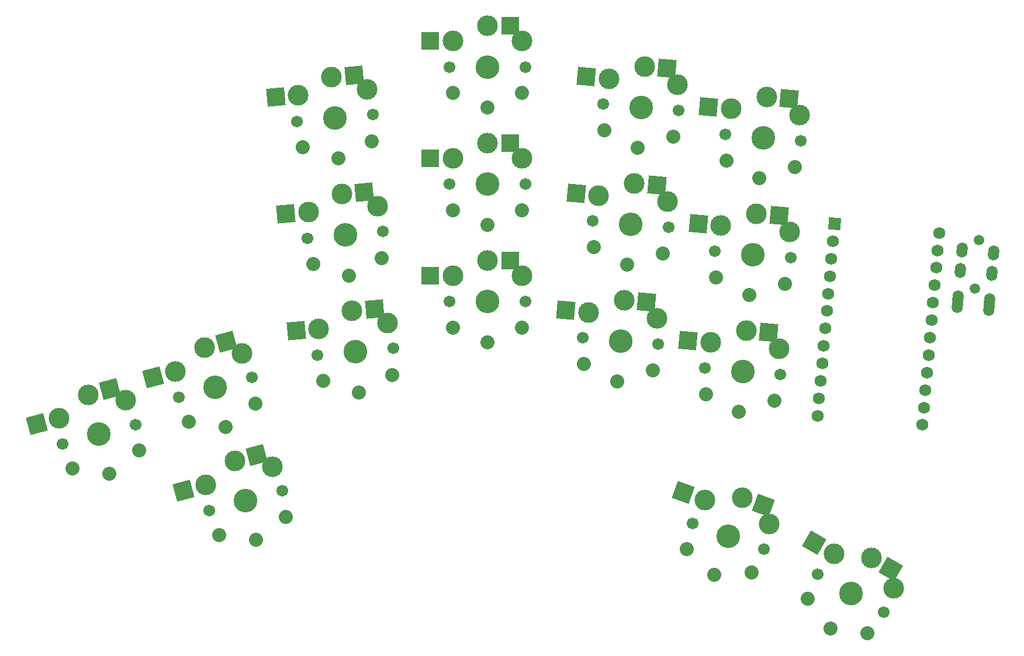
<source format=gbr>
%TF.GenerationSoftware,KiCad,Pcbnew,(6.0.4)*%
%TF.CreationDate,2022-04-14T15:36:21+01:00*%
%TF.ProjectId,axo,61786f2e-6b69-4636-9164-5f7063625858,VERSION_HERE*%
%TF.SameCoordinates,Original*%
%TF.FileFunction,Soldermask,Top*%
%TF.FilePolarity,Negative*%
%FSLAX46Y46*%
G04 Gerber Fmt 4.6, Leading zero omitted, Abs format (unit mm)*
G04 Created by KiCad (PCBNEW (6.0.4)) date 2022-04-14 15:36:21*
%MOMM*%
%LPD*%
G01*
G04 APERTURE LIST*
G04 Aperture macros list*
%AMHorizOval*
0 Thick line with rounded ends*
0 $1 width*
0 $2 $3 position (X,Y) of the first rounded end (center of the circle)*
0 $4 $5 position (X,Y) of the second rounded end (center of the circle)*
0 Add line between two ends*
20,1,$1,$2,$3,$4,$5,0*
0 Add two circle primitives to create the rounded ends*
1,1,$1,$2,$3*
1,1,$1,$4,$5*%
%AMRotRect*
0 Rectangle, with rotation*
0 The origin of the aperture is its center*
0 $1 length*
0 $2 width*
0 $3 Rotation angle, in degrees counterclockwise*
0 Add horizontal line*
21,1,$1,$2,0,0,$3*%
G04 Aperture macros list end*
%ADD10C,1.701800*%
%ADD11C,3.429000*%
%ADD12C,2.032000*%
%ADD13RotRect,1.752600X1.752600X265.000000*%
%ADD14C,1.752600*%
%ADD15C,3.000000*%
%ADD16RotRect,2.600000X2.600000X15.000000*%
%ADD17RotRect,2.600000X2.600000X355.000000*%
%ADD18R,2.600000X2.600000*%
%ADD19RotRect,2.600000X2.600000X5.000000*%
%ADD20RotRect,2.600000X2.600000X330.000000*%
%ADD21C,1.500000*%
%ADD22HorizOval,1.600000X-0.026147X-0.298858X0.026147X0.298858X0*%
%ADD23RotRect,2.600000X2.600000X340.000000*%
G04 APERTURE END LIST*
D10*
%TO.C,S6*%
X138502586Y-137830472D03*
D11*
X133189994Y-139253977D03*
D10*
X127877402Y-140677482D03*
D12*
X129343877Y-144218590D03*
X139003136Y-141630400D03*
X134717026Y-144952939D03*
X134717026Y-144952939D03*
%TD*%
D13*
%TO.C,C1*%
X239724411Y-108740527D03*
D14*
X239503036Y-111270862D03*
X239281660Y-113801196D03*
X239060284Y-116331531D03*
X238838909Y-118861865D03*
X238617533Y-121392200D03*
X238396158Y-123922535D03*
X238174782Y-126452869D03*
X237953406Y-128983204D03*
X237732031Y-131513538D03*
X237510655Y-134043873D03*
X237289280Y-136574207D03*
X254906418Y-110068781D03*
X254685043Y-112599115D03*
X254463667Y-115129450D03*
X254242292Y-117659784D03*
X254020916Y-120190119D03*
X253799540Y-122720453D03*
X253578165Y-125250788D03*
X253356789Y-127781123D03*
X253135414Y-130311457D03*
X252914038Y-132841792D03*
X252692662Y-135372126D03*
X252471287Y-137902461D03*
%TD*%
D10*
%TO.C,S18*%
X194963250Y-86010495D03*
D11*
X189463250Y-86010495D03*
D10*
X183963250Y-86010495D03*
D12*
X194463250Y-89810495D03*
X184463250Y-89810495D03*
X189463250Y-91910495D03*
X189463250Y-91910495D03*
%TD*%
D10*
%TO.C,S26*%
X231908520Y-130612551D03*
X220950378Y-129653837D03*
D11*
X226429449Y-130133194D03*
D12*
X221117284Y-133482955D03*
X231079231Y-134354513D03*
X225915230Y-136010743D03*
X225915230Y-136010743D03*
%TD*%
D11*
%TO.C,S3*%
X150039049Y-132462395D03*
D15*
X148499076Y-126715136D03*
X148499076Y-126715136D03*
D10*
X144726457Y-133885900D03*
D15*
X144238848Y-130134268D03*
D10*
X155351641Y-131038890D03*
D15*
X153898107Y-127546078D03*
D16*
X151662483Y-125867504D03*
X141075441Y-130981901D03*
%TD*%
D10*
%TO.C,S8*%
X164864879Y-127768451D03*
D11*
X170343950Y-127289094D03*
D10*
X175823021Y-126809737D03*
D12*
X175656115Y-130638855D03*
X165694168Y-131510413D03*
X170858169Y-133166643D03*
X170858169Y-133166643D03*
%TD*%
D11*
%TO.C,S34*%
X242089849Y-162319893D03*
D10*
X246852989Y-165069893D03*
X237326709Y-159569893D03*
D12*
X235859722Y-163110790D03*
X244519976Y-168110790D03*
X239139849Y-167429443D03*
X239139849Y-167429443D03*
%TD*%
D10*
%TO.C,S21*%
X215705620Y-109285951D03*
D11*
X210226549Y-108806594D03*
D15*
X210745126Y-102879236D03*
X215534357Y-105506643D03*
D10*
X204747478Y-108327237D03*
D15*
X210745126Y-102879236D03*
X205572410Y-104635085D03*
D17*
X214007663Y-103164671D03*
X202309872Y-104349650D03*
%TD*%
D10*
%TO.C,S22*%
X204747478Y-108327237D03*
D11*
X210226549Y-108806594D03*
D10*
X215705620Y-109285951D03*
D12*
X214876331Y-113027913D03*
X204914384Y-112156355D03*
X209712330Y-114684143D03*
X209712330Y-114684143D03*
%TD*%
D11*
%TO.C,S15*%
X189463249Y-103010493D03*
D15*
X184463249Y-99260493D03*
D10*
X183963249Y-103010493D03*
D15*
X189463249Y-97060493D03*
X189463249Y-97060493D03*
X194463249Y-99260493D03*
D10*
X194963249Y-103010493D03*
D18*
X192738249Y-97060493D03*
X181188249Y-99260493D03*
%TD*%
D11*
%TO.C,S1*%
X154438950Y-148883195D03*
D15*
X152898977Y-143135936D03*
D10*
X149126358Y-150306700D03*
D15*
X152898977Y-143135936D03*
D10*
X159751542Y-147459690D03*
D15*
X148638749Y-146555068D03*
X158298008Y-143966878D03*
D16*
X156062384Y-142288304D03*
X145475342Y-147402701D03*
%TD*%
D15*
%TO.C,S5*%
X137049052Y-134337660D03*
X131650021Y-133506718D03*
D10*
X138502586Y-137830472D03*
X127877402Y-140677482D03*
D15*
X131650021Y-133506718D03*
D11*
X133189994Y-139253977D03*
D15*
X127389793Y-136925850D03*
D16*
X134813428Y-132659086D03*
X124226386Y-137773483D03*
%TD*%
D10*
%TO.C,S24*%
X217187221Y-92350551D03*
X206229079Y-91391837D03*
D11*
X211708150Y-91871194D03*
D12*
X206395985Y-95220955D03*
X216357932Y-96092513D03*
X211193931Y-97748743D03*
X211193931Y-97748743D03*
%TD*%
D11*
%TO.C,S32*%
X224337649Y-154041895D03*
D10*
X219169340Y-152160784D03*
X229505958Y-155923006D03*
D12*
X227736436Y-159322828D03*
X218339509Y-155902626D03*
X222319730Y-159586081D03*
X222319730Y-159586081D03*
%TD*%
D10*
%TO.C,S7*%
X164864879Y-127768451D03*
X175823021Y-126809737D03*
D15*
X169825373Y-121361736D03*
X169825373Y-121361736D03*
D11*
X170343950Y-127289094D03*
D15*
X165036142Y-123989143D03*
X174998089Y-123117585D03*
D19*
X173087911Y-121076300D03*
X161773605Y-124274578D03*
%TD*%
D15*
%TO.C,S9*%
X173516388Y-106182286D03*
X163554441Y-107053844D03*
D10*
X174341320Y-109874438D03*
D11*
X168862249Y-110353795D03*
D15*
X168343672Y-104426437D03*
X168343672Y-104426437D03*
D10*
X163383178Y-110833152D03*
D19*
X171606210Y-104141001D03*
X160291904Y-107339279D03*
%TD*%
D11*
%TO.C,S25*%
X226429449Y-130133194D03*
D15*
X221775310Y-125961685D03*
X226948026Y-124205836D03*
X231737257Y-126833243D03*
X226948026Y-124205836D03*
D10*
X231908520Y-130612551D03*
X220950378Y-129653837D03*
D17*
X230210563Y-124491271D03*
X218512772Y-125676250D03*
%TD*%
D11*
%TO.C,S33*%
X242089849Y-162319893D03*
D15*
X248294976Y-161572298D03*
X239634722Y-156572298D03*
X245064849Y-157167042D03*
X245064849Y-157167042D03*
D10*
X246852989Y-165069893D03*
X237326709Y-159569893D03*
D20*
X247901082Y-158804542D03*
X236798489Y-154934798D03*
%TD*%
D21*
%TO.C,T1*%
X260054562Y-118118120D03*
X260664652Y-111144757D03*
D22*
X257527993Y-120607388D03*
X262110489Y-121008304D03*
X262206360Y-119912490D03*
X257623865Y-119511574D03*
X257972488Y-115526795D03*
X262554983Y-115927711D03*
X258233955Y-112538211D03*
X262816451Y-112939127D03*
%TD*%
D10*
%TO.C,S16*%
X194963249Y-103010493D03*
D11*
X189463249Y-103010493D03*
D10*
X183963249Y-103010493D03*
D12*
X184463249Y-106810493D03*
X194463249Y-106810493D03*
X189463249Y-108910493D03*
X189463249Y-108910493D03*
%TD*%
D11*
%TO.C,S17*%
X189463250Y-86010495D03*
D10*
X183963250Y-86010495D03*
D15*
X189463250Y-80060495D03*
X194463250Y-82260495D03*
X184463250Y-82260495D03*
X189463250Y-80060495D03*
D10*
X194963250Y-86010495D03*
D18*
X192738250Y-80060495D03*
X181188250Y-82260495D03*
%TD*%
D15*
%TO.C,S19*%
X209263425Y-119814536D03*
D10*
X203265777Y-125262537D03*
X214223919Y-126221251D03*
D15*
X204090709Y-121570385D03*
X214052656Y-122441943D03*
D11*
X208744848Y-125741894D03*
D15*
X209263425Y-119814536D03*
D17*
X212525962Y-120099971D03*
X200828171Y-121284950D03*
%TD*%
D11*
%TO.C,S28*%
X227911049Y-113197894D03*
D10*
X222431978Y-112718537D03*
X233390120Y-113677251D03*
D12*
X222598884Y-116547655D03*
X232560831Y-117419213D03*
X227396830Y-119075443D03*
X227396830Y-119075443D03*
%TD*%
D15*
%TO.C,S31*%
X230318688Y-152228148D03*
D10*
X229505958Y-155923006D03*
D15*
X220921761Y-148807947D03*
X226372669Y-148450724D03*
X226372669Y-148450724D03*
D10*
X219169340Y-152160784D03*
D11*
X224337649Y-154041895D03*
D23*
X229450162Y-149570840D03*
X217844268Y-147687831D03*
%TD*%
D11*
%TO.C,S11*%
X167380649Y-93418493D03*
D15*
X166862072Y-87491135D03*
X162072841Y-90118542D03*
D10*
X161901578Y-93897850D03*
D15*
X172034788Y-89246984D03*
D10*
X172859720Y-92939136D03*
D15*
X166862072Y-87491135D03*
D19*
X170124610Y-87205699D03*
X158810304Y-90403977D03*
%TD*%
D10*
%TO.C,S4*%
X144726457Y-133885900D03*
X155351641Y-131038890D03*
D11*
X150039049Y-132462395D03*
D12*
X155852191Y-134838818D03*
X146192932Y-137427008D03*
X151566081Y-138161357D03*
X151566081Y-138161357D03*
%TD*%
D10*
%TO.C,S14*%
X194963250Y-120010493D03*
D11*
X189463250Y-120010493D03*
D10*
X183963250Y-120010493D03*
D12*
X184463250Y-123810493D03*
X194463250Y-123810493D03*
X189463250Y-125910493D03*
X189463250Y-125910493D03*
%TD*%
D10*
%TO.C,S10*%
X163383178Y-110833152D03*
X174341320Y-109874438D03*
D11*
X168862249Y-110353795D03*
D12*
X174174414Y-113703556D03*
X164212467Y-114575114D03*
X169376468Y-116231344D03*
X169376468Y-116231344D03*
%TD*%
D10*
%TO.C,S12*%
X161901578Y-93897850D03*
D11*
X167380649Y-93418493D03*
D10*
X172859720Y-92939136D03*
D12*
X172692814Y-96768254D03*
X162730867Y-97639812D03*
X167894868Y-99296042D03*
X167894868Y-99296042D03*
%TD*%
D15*
%TO.C,S23*%
X212226727Y-85943836D03*
D11*
X211708150Y-91871194D03*
D10*
X217187221Y-92350551D03*
D15*
X217015958Y-88571243D03*
D10*
X206229079Y-91391837D03*
D15*
X207054011Y-87699685D03*
X212226727Y-85943836D03*
D17*
X215489264Y-86229271D03*
X203791473Y-87414250D03*
%TD*%
D11*
%TO.C,S20*%
X208744848Y-125741894D03*
D10*
X214223919Y-126221251D03*
X203265777Y-125262537D03*
D12*
X203432683Y-129091655D03*
X213394630Y-129963213D03*
X208230629Y-131619443D03*
X208230629Y-131619443D03*
%TD*%
D10*
%TO.C,S2*%
X159751542Y-147459690D03*
X149126358Y-150306700D03*
D11*
X154438950Y-148883195D03*
D12*
X150592833Y-153847808D03*
X160252092Y-151259618D03*
X155965982Y-154582157D03*
X155965982Y-154582157D03*
%TD*%
D15*
%TO.C,S27*%
X228429626Y-107270536D03*
X233218857Y-109897943D03*
D11*
X227911049Y-113197894D03*
D15*
X223256910Y-109026385D03*
D10*
X233390120Y-113677251D03*
X222431978Y-112718537D03*
D15*
X228429626Y-107270536D03*
D17*
X231692163Y-107555971D03*
X219994372Y-108740950D03*
%TD*%
D11*
%TO.C,S30*%
X229392750Y-96262594D03*
D10*
X234871821Y-96741951D03*
X223913679Y-95783237D03*
D12*
X234042532Y-100483913D03*
X224080585Y-99612355D03*
X228878531Y-102140143D03*
X228878531Y-102140143D03*
%TD*%
D15*
%TO.C,S29*%
X229911327Y-90335236D03*
D10*
X234871821Y-96741951D03*
D11*
X229392750Y-96262594D03*
D15*
X234700558Y-92962643D03*
D10*
X223913679Y-95783237D03*
D15*
X224738611Y-92091085D03*
X229911327Y-90335236D03*
D17*
X233173864Y-90620671D03*
X221476073Y-91805650D03*
%TD*%
D15*
%TO.C,S13*%
X189463250Y-114060493D03*
D10*
X194963250Y-120010493D03*
D11*
X189463250Y-120010493D03*
D10*
X183963250Y-120010493D03*
D15*
X184463250Y-116260493D03*
X194463250Y-116260493D03*
X189463250Y-114060493D03*
D18*
X192738250Y-114060493D03*
X181188250Y-116260493D03*
%TD*%
M02*

</source>
